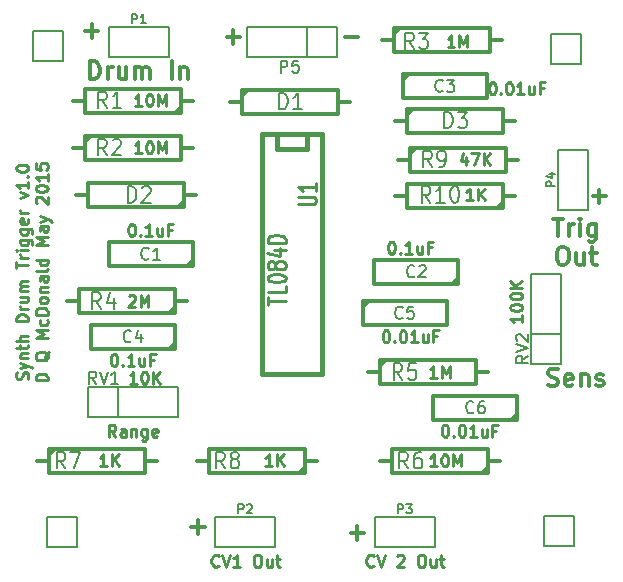
<source format=gto>
%FSLAX34Y34*%
G04 Gerber Fmt 3.4, Leading zero omitted, Abs format*
G04 (created by PCBNEW (2014-02-26 BZR 4721)-product) date Wednesday, 27 May 2015 16:47:43*
%MOIN*%
G01*
G70*
G90*
G04 APERTURE LIST*
%ADD10C,0.005906*%
%ADD11C,0.009843*%
%ADD12C,0.011811*%
%ADD13C,0.012000*%
%ADD14C,0.006000*%
%ADD15C,0.015000*%
%ADD16C,0.008000*%
%ADD17C,0.011250*%
G04 APERTURE END LIST*
G54D10*
G54D11*
X61961Y-50571D02*
X61998Y-50571D01*
X62035Y-50590D01*
X62054Y-50609D01*
X62073Y-50646D01*
X62092Y-50721D01*
X62092Y-50815D01*
X62073Y-50890D01*
X62054Y-50928D01*
X62035Y-50946D01*
X61998Y-50965D01*
X61961Y-50965D01*
X61923Y-50946D01*
X61904Y-50928D01*
X61886Y-50890D01*
X61867Y-50815D01*
X61867Y-50721D01*
X61886Y-50646D01*
X61904Y-50609D01*
X61923Y-50590D01*
X61961Y-50571D01*
X62260Y-50928D02*
X62279Y-50946D01*
X62260Y-50965D01*
X62242Y-50946D01*
X62260Y-50928D01*
X62260Y-50965D01*
X62523Y-50571D02*
X62560Y-50571D01*
X62598Y-50590D01*
X62617Y-50609D01*
X62635Y-50646D01*
X62654Y-50721D01*
X62654Y-50815D01*
X62635Y-50890D01*
X62617Y-50928D01*
X62598Y-50946D01*
X62560Y-50965D01*
X62523Y-50965D01*
X62485Y-50946D01*
X62467Y-50928D01*
X62448Y-50890D01*
X62429Y-50815D01*
X62429Y-50721D01*
X62448Y-50646D01*
X62467Y-50609D01*
X62485Y-50590D01*
X62523Y-50571D01*
X63029Y-50965D02*
X62804Y-50965D01*
X62917Y-50965D02*
X62917Y-50571D01*
X62879Y-50628D01*
X62842Y-50665D01*
X62804Y-50684D01*
X63367Y-50703D02*
X63367Y-50965D01*
X63198Y-50703D02*
X63198Y-50909D01*
X63217Y-50946D01*
X63254Y-50965D01*
X63310Y-50965D01*
X63348Y-50946D01*
X63367Y-50928D01*
X63685Y-50759D02*
X63554Y-50759D01*
X63554Y-50965D02*
X63554Y-50571D01*
X63742Y-50571D01*
X51518Y-43878D02*
X51556Y-43878D01*
X51593Y-43897D01*
X51612Y-43916D01*
X51631Y-43953D01*
X51649Y-44028D01*
X51649Y-44122D01*
X51631Y-44197D01*
X51612Y-44235D01*
X51593Y-44253D01*
X51556Y-44272D01*
X51518Y-44272D01*
X51481Y-44253D01*
X51462Y-44235D01*
X51443Y-44197D01*
X51424Y-44122D01*
X51424Y-44028D01*
X51443Y-43953D01*
X51462Y-43916D01*
X51481Y-43897D01*
X51518Y-43878D01*
X51818Y-44235D02*
X51837Y-44253D01*
X51818Y-44272D01*
X51799Y-44253D01*
X51818Y-44235D01*
X51818Y-44272D01*
X52212Y-44272D02*
X51987Y-44272D01*
X52099Y-44272D02*
X52099Y-43878D01*
X52062Y-43935D01*
X52024Y-43972D01*
X51987Y-43991D01*
X52549Y-44010D02*
X52549Y-44272D01*
X52380Y-44010D02*
X52380Y-44216D01*
X52399Y-44253D01*
X52437Y-44272D01*
X52493Y-44272D01*
X52530Y-44253D01*
X52549Y-44235D01*
X52868Y-44066D02*
X52737Y-44066D01*
X52737Y-44272D02*
X52737Y-43878D01*
X52924Y-43878D01*
X50928Y-48209D02*
X50965Y-48209D01*
X51003Y-48228D01*
X51021Y-48247D01*
X51040Y-48284D01*
X51059Y-48359D01*
X51059Y-48453D01*
X51040Y-48528D01*
X51021Y-48565D01*
X51003Y-48584D01*
X50965Y-48603D01*
X50928Y-48603D01*
X50890Y-48584D01*
X50871Y-48565D01*
X50853Y-48528D01*
X50834Y-48453D01*
X50834Y-48359D01*
X50853Y-48284D01*
X50871Y-48247D01*
X50890Y-48228D01*
X50928Y-48209D01*
X51227Y-48565D02*
X51246Y-48584D01*
X51227Y-48603D01*
X51209Y-48584D01*
X51227Y-48565D01*
X51227Y-48603D01*
X51621Y-48603D02*
X51396Y-48603D01*
X51509Y-48603D02*
X51509Y-48209D01*
X51471Y-48265D01*
X51434Y-48303D01*
X51396Y-48322D01*
X51959Y-48340D02*
X51959Y-48603D01*
X51790Y-48340D02*
X51790Y-48547D01*
X51809Y-48584D01*
X51846Y-48603D01*
X51902Y-48603D01*
X51940Y-48584D01*
X51959Y-48565D01*
X52277Y-48397D02*
X52146Y-48397D01*
X52146Y-48603D02*
X52146Y-48209D01*
X52334Y-48209D01*
X59992Y-47422D02*
X60029Y-47422D01*
X60067Y-47440D01*
X60086Y-47459D01*
X60104Y-47497D01*
X60123Y-47572D01*
X60123Y-47665D01*
X60104Y-47740D01*
X60086Y-47778D01*
X60067Y-47797D01*
X60029Y-47815D01*
X59992Y-47815D01*
X59955Y-47797D01*
X59936Y-47778D01*
X59917Y-47740D01*
X59898Y-47665D01*
X59898Y-47572D01*
X59917Y-47497D01*
X59936Y-47459D01*
X59955Y-47440D01*
X59992Y-47422D01*
X60292Y-47778D02*
X60311Y-47797D01*
X60292Y-47815D01*
X60273Y-47797D01*
X60292Y-47778D01*
X60292Y-47815D01*
X60554Y-47422D02*
X60592Y-47422D01*
X60629Y-47440D01*
X60648Y-47459D01*
X60667Y-47497D01*
X60686Y-47572D01*
X60686Y-47665D01*
X60667Y-47740D01*
X60648Y-47778D01*
X60629Y-47797D01*
X60592Y-47815D01*
X60554Y-47815D01*
X60517Y-47797D01*
X60498Y-47778D01*
X60479Y-47740D01*
X60461Y-47665D01*
X60461Y-47572D01*
X60479Y-47497D01*
X60498Y-47459D01*
X60517Y-47440D01*
X60554Y-47422D01*
X61061Y-47815D02*
X60836Y-47815D01*
X60948Y-47815D02*
X60948Y-47422D01*
X60911Y-47478D01*
X60873Y-47515D01*
X60836Y-47534D01*
X61398Y-47553D02*
X61398Y-47815D01*
X61229Y-47553D02*
X61229Y-47759D01*
X61248Y-47797D01*
X61286Y-47815D01*
X61342Y-47815D01*
X61379Y-47797D01*
X61398Y-47778D01*
X61717Y-47609D02*
X61586Y-47609D01*
X61586Y-47815D02*
X61586Y-47422D01*
X61773Y-47422D01*
X60179Y-44469D02*
X60217Y-44469D01*
X60254Y-44488D01*
X60273Y-44506D01*
X60292Y-44544D01*
X60311Y-44619D01*
X60311Y-44713D01*
X60292Y-44788D01*
X60273Y-44825D01*
X60254Y-44844D01*
X60217Y-44863D01*
X60179Y-44863D01*
X60142Y-44844D01*
X60123Y-44825D01*
X60104Y-44788D01*
X60086Y-44713D01*
X60086Y-44619D01*
X60104Y-44544D01*
X60123Y-44506D01*
X60142Y-44488D01*
X60179Y-44469D01*
X60479Y-44825D02*
X60498Y-44844D01*
X60479Y-44863D01*
X60461Y-44844D01*
X60479Y-44825D01*
X60479Y-44863D01*
X60873Y-44863D02*
X60648Y-44863D01*
X60761Y-44863D02*
X60761Y-44469D01*
X60723Y-44525D01*
X60686Y-44563D01*
X60648Y-44581D01*
X61211Y-44600D02*
X61211Y-44863D01*
X61042Y-44600D02*
X61042Y-44806D01*
X61061Y-44844D01*
X61098Y-44863D01*
X61154Y-44863D01*
X61192Y-44844D01*
X61211Y-44825D01*
X61529Y-44656D02*
X61398Y-44656D01*
X61398Y-44863D02*
X61398Y-44469D01*
X61586Y-44469D01*
X63535Y-39154D02*
X63573Y-39154D01*
X63610Y-39173D01*
X63629Y-39191D01*
X63648Y-39229D01*
X63667Y-39304D01*
X63667Y-39398D01*
X63648Y-39473D01*
X63629Y-39510D01*
X63610Y-39529D01*
X63573Y-39548D01*
X63535Y-39548D01*
X63498Y-39529D01*
X63479Y-39510D01*
X63460Y-39473D01*
X63442Y-39398D01*
X63442Y-39304D01*
X63460Y-39229D01*
X63479Y-39191D01*
X63498Y-39173D01*
X63535Y-39154D01*
X63835Y-39510D02*
X63854Y-39529D01*
X63835Y-39548D01*
X63817Y-39529D01*
X63835Y-39510D01*
X63835Y-39548D01*
X64098Y-39154D02*
X64135Y-39154D01*
X64173Y-39173D01*
X64191Y-39191D01*
X64210Y-39229D01*
X64229Y-39304D01*
X64229Y-39398D01*
X64210Y-39473D01*
X64191Y-39510D01*
X64173Y-39529D01*
X64135Y-39548D01*
X64098Y-39548D01*
X64060Y-39529D01*
X64041Y-39510D01*
X64023Y-39473D01*
X64004Y-39398D01*
X64004Y-39304D01*
X64023Y-39229D01*
X64041Y-39191D01*
X64060Y-39173D01*
X64098Y-39154D01*
X64604Y-39548D02*
X64379Y-39548D01*
X64491Y-39548D02*
X64491Y-39154D01*
X64454Y-39210D01*
X64416Y-39248D01*
X64379Y-39266D01*
X64941Y-39285D02*
X64941Y-39548D01*
X64773Y-39285D02*
X64773Y-39491D01*
X64791Y-39529D01*
X64829Y-39548D01*
X64885Y-39548D01*
X64923Y-39529D01*
X64941Y-39510D01*
X65260Y-39341D02*
X65129Y-39341D01*
X65129Y-39548D02*
X65129Y-39154D01*
X65316Y-39154D01*
X51696Y-49193D02*
X51471Y-49193D01*
X51584Y-49193D02*
X51584Y-48800D01*
X51546Y-48856D01*
X51509Y-48893D01*
X51471Y-48912D01*
X51940Y-48800D02*
X51977Y-48800D01*
X52015Y-48818D01*
X52034Y-48837D01*
X52052Y-48875D01*
X52071Y-48950D01*
X52071Y-49043D01*
X52052Y-49118D01*
X52034Y-49156D01*
X52015Y-49175D01*
X51977Y-49193D01*
X51940Y-49193D01*
X51902Y-49175D01*
X51884Y-49156D01*
X51865Y-49118D01*
X51846Y-49043D01*
X51846Y-48950D01*
X51865Y-48875D01*
X51884Y-48837D01*
X51902Y-48818D01*
X51940Y-48800D01*
X52240Y-49193D02*
X52240Y-48800D01*
X52465Y-49193D02*
X52296Y-48968D01*
X52465Y-48800D02*
X52240Y-49025D01*
X64548Y-46916D02*
X64548Y-47140D01*
X64548Y-47028D02*
X64154Y-47028D01*
X64210Y-47065D01*
X64248Y-47103D01*
X64266Y-47140D01*
X64154Y-46672D02*
X64154Y-46634D01*
X64173Y-46597D01*
X64191Y-46578D01*
X64229Y-46559D01*
X64304Y-46541D01*
X64398Y-46541D01*
X64473Y-46559D01*
X64510Y-46578D01*
X64529Y-46597D01*
X64548Y-46634D01*
X64548Y-46672D01*
X64529Y-46709D01*
X64510Y-46728D01*
X64473Y-46747D01*
X64398Y-46766D01*
X64304Y-46766D01*
X64229Y-46747D01*
X64191Y-46728D01*
X64173Y-46709D01*
X64154Y-46672D01*
X64154Y-46297D02*
X64154Y-46259D01*
X64173Y-46222D01*
X64191Y-46203D01*
X64229Y-46184D01*
X64304Y-46166D01*
X64398Y-46166D01*
X64473Y-46184D01*
X64510Y-46203D01*
X64529Y-46222D01*
X64548Y-46259D01*
X64548Y-46297D01*
X64529Y-46334D01*
X64510Y-46353D01*
X64473Y-46372D01*
X64398Y-46391D01*
X64304Y-46391D01*
X64229Y-46372D01*
X64191Y-46353D01*
X64173Y-46334D01*
X64154Y-46297D01*
X64548Y-45997D02*
X64154Y-45997D01*
X64548Y-45772D02*
X64323Y-45941D01*
X64154Y-45772D02*
X64379Y-45997D01*
X61698Y-48997D02*
X61473Y-48997D01*
X61586Y-48997D02*
X61586Y-48603D01*
X61548Y-48659D01*
X61511Y-48697D01*
X61473Y-48715D01*
X61867Y-48997D02*
X61867Y-48603D01*
X61998Y-48884D01*
X62129Y-48603D01*
X62129Y-48997D01*
X61707Y-51949D02*
X61482Y-51949D01*
X61595Y-51949D02*
X61595Y-51556D01*
X61557Y-51612D01*
X61520Y-51649D01*
X61482Y-51668D01*
X61951Y-51556D02*
X61989Y-51556D01*
X62026Y-51574D01*
X62045Y-51593D01*
X62064Y-51631D01*
X62082Y-51706D01*
X62082Y-51799D01*
X62064Y-51874D01*
X62045Y-51912D01*
X62026Y-51931D01*
X61989Y-51949D01*
X61951Y-51949D01*
X61914Y-51931D01*
X61895Y-51912D01*
X61876Y-51874D01*
X61857Y-51799D01*
X61857Y-51706D01*
X61876Y-51631D01*
X61895Y-51593D01*
X61914Y-51574D01*
X61951Y-51556D01*
X62251Y-51949D02*
X62251Y-51556D01*
X62382Y-51837D01*
X62514Y-51556D01*
X62514Y-51949D01*
X56214Y-51949D02*
X55989Y-51949D01*
X56102Y-51949D02*
X56102Y-51556D01*
X56064Y-51612D01*
X56027Y-51649D01*
X55989Y-51668D01*
X56383Y-51949D02*
X56383Y-51556D01*
X56608Y-51949D02*
X56439Y-51724D01*
X56608Y-51556D02*
X56383Y-51781D01*
X50703Y-51949D02*
X50478Y-51949D01*
X50590Y-51949D02*
X50590Y-51556D01*
X50553Y-51612D01*
X50515Y-51649D01*
X50478Y-51668D01*
X50871Y-51949D02*
X50871Y-51556D01*
X51096Y-51949D02*
X50928Y-51724D01*
X51096Y-51556D02*
X50871Y-51781D01*
X62907Y-43091D02*
X62682Y-43091D01*
X62795Y-43091D02*
X62795Y-42697D01*
X62757Y-42754D01*
X62720Y-42791D01*
X62682Y-42810D01*
X63076Y-43091D02*
X63076Y-42697D01*
X63301Y-43091D02*
X63132Y-42866D01*
X63301Y-42697D02*
X63076Y-42922D01*
X62682Y-41647D02*
X62682Y-41910D01*
X62589Y-41497D02*
X62495Y-41779D01*
X62739Y-41779D01*
X62851Y-41516D02*
X63113Y-41516D01*
X62945Y-41910D01*
X63263Y-41910D02*
X63263Y-41516D01*
X63488Y-41910D02*
X63320Y-41685D01*
X63488Y-41516D02*
X63263Y-41741D01*
X62289Y-37973D02*
X62064Y-37973D01*
X62176Y-37973D02*
X62176Y-37579D01*
X62139Y-37635D01*
X62101Y-37673D01*
X62064Y-37692D01*
X62457Y-37973D02*
X62457Y-37579D01*
X62589Y-37860D01*
X62720Y-37579D01*
X62720Y-37973D01*
X51434Y-46278D02*
X51452Y-46259D01*
X51490Y-46241D01*
X51584Y-46241D01*
X51621Y-46259D01*
X51640Y-46278D01*
X51659Y-46316D01*
X51659Y-46353D01*
X51640Y-46409D01*
X51415Y-46634D01*
X51659Y-46634D01*
X51827Y-46634D02*
X51827Y-46241D01*
X51959Y-46522D01*
X52090Y-46241D01*
X52090Y-46634D01*
X51865Y-41516D02*
X51640Y-41516D01*
X51752Y-41516D02*
X51752Y-41122D01*
X51715Y-41179D01*
X51677Y-41216D01*
X51640Y-41235D01*
X52109Y-41122D02*
X52146Y-41122D01*
X52184Y-41141D01*
X52202Y-41160D01*
X52221Y-41197D01*
X52240Y-41272D01*
X52240Y-41366D01*
X52221Y-41441D01*
X52202Y-41479D01*
X52184Y-41497D01*
X52146Y-41516D01*
X52109Y-41516D01*
X52071Y-41497D01*
X52052Y-41479D01*
X52034Y-41441D01*
X52015Y-41366D01*
X52015Y-41272D01*
X52034Y-41197D01*
X52052Y-41160D01*
X52071Y-41141D01*
X52109Y-41122D01*
X52409Y-41516D02*
X52409Y-41122D01*
X52540Y-41404D01*
X52671Y-41122D01*
X52671Y-41516D01*
X51865Y-39941D02*
X51640Y-39941D01*
X51752Y-39941D02*
X51752Y-39548D01*
X51715Y-39604D01*
X51677Y-39641D01*
X51640Y-39660D01*
X52109Y-39548D02*
X52146Y-39548D01*
X52184Y-39566D01*
X52202Y-39585D01*
X52221Y-39623D01*
X52240Y-39698D01*
X52240Y-39791D01*
X52221Y-39866D01*
X52202Y-39904D01*
X52184Y-39923D01*
X52146Y-39941D01*
X52109Y-39941D01*
X52071Y-39923D01*
X52052Y-39904D01*
X52034Y-39866D01*
X52015Y-39791D01*
X52015Y-39698D01*
X52034Y-39623D01*
X52052Y-39585D01*
X52071Y-39566D01*
X52109Y-39548D01*
X52409Y-39941D02*
X52409Y-39548D01*
X52540Y-39829D01*
X52671Y-39548D01*
X52671Y-39941D01*
G54D12*
X53515Y-53979D02*
X53965Y-53979D01*
X53740Y-54204D02*
X53740Y-53754D01*
X58830Y-54176D02*
X59280Y-54176D01*
X59055Y-54401D02*
X59055Y-53951D01*
X49971Y-37443D02*
X50421Y-37443D01*
X50196Y-37668D02*
X50196Y-37218D01*
X66901Y-42955D02*
X67350Y-42955D01*
X67125Y-43180D02*
X67125Y-42730D01*
G54D11*
X50993Y-50965D02*
X50862Y-50778D01*
X50768Y-50965D02*
X50768Y-50571D01*
X50918Y-50571D01*
X50956Y-50590D01*
X50974Y-50609D01*
X50993Y-50646D01*
X50993Y-50703D01*
X50974Y-50740D01*
X50956Y-50759D01*
X50918Y-50778D01*
X50768Y-50778D01*
X51331Y-50965D02*
X51331Y-50759D01*
X51312Y-50721D01*
X51274Y-50703D01*
X51199Y-50703D01*
X51162Y-50721D01*
X51331Y-50946D02*
X51293Y-50965D01*
X51199Y-50965D01*
X51162Y-50946D01*
X51143Y-50909D01*
X51143Y-50871D01*
X51162Y-50834D01*
X51199Y-50815D01*
X51293Y-50815D01*
X51331Y-50796D01*
X51518Y-50703D02*
X51518Y-50965D01*
X51518Y-50740D02*
X51537Y-50721D01*
X51574Y-50703D01*
X51631Y-50703D01*
X51668Y-50721D01*
X51687Y-50759D01*
X51687Y-50965D01*
X52043Y-50703D02*
X52043Y-51021D01*
X52024Y-51059D01*
X52005Y-51077D01*
X51968Y-51096D01*
X51912Y-51096D01*
X51874Y-51077D01*
X52043Y-50946D02*
X52005Y-50965D01*
X51931Y-50965D01*
X51893Y-50946D01*
X51874Y-50928D01*
X51856Y-50890D01*
X51856Y-50778D01*
X51874Y-50740D01*
X51893Y-50721D01*
X51931Y-50703D01*
X52005Y-50703D01*
X52043Y-50721D01*
X52380Y-50946D02*
X52343Y-50965D01*
X52268Y-50965D01*
X52230Y-50946D01*
X52212Y-50909D01*
X52212Y-50759D01*
X52230Y-50721D01*
X52268Y-50703D01*
X52343Y-50703D01*
X52380Y-50721D01*
X52399Y-50759D01*
X52399Y-50796D01*
X52212Y-50834D01*
X48062Y-49043D02*
X48081Y-48987D01*
X48081Y-48893D01*
X48062Y-48856D01*
X48044Y-48837D01*
X48006Y-48818D01*
X47969Y-48818D01*
X47931Y-48837D01*
X47912Y-48856D01*
X47894Y-48893D01*
X47875Y-48968D01*
X47856Y-49006D01*
X47837Y-49025D01*
X47800Y-49043D01*
X47762Y-49043D01*
X47725Y-49025D01*
X47706Y-49006D01*
X47687Y-48968D01*
X47687Y-48875D01*
X47706Y-48818D01*
X47819Y-48687D02*
X48081Y-48593D01*
X47819Y-48500D02*
X48081Y-48593D01*
X48175Y-48631D01*
X48194Y-48650D01*
X48212Y-48687D01*
X47819Y-48350D02*
X48081Y-48350D01*
X47856Y-48350D02*
X47837Y-48331D01*
X47819Y-48293D01*
X47819Y-48237D01*
X47837Y-48200D01*
X47875Y-48181D01*
X48081Y-48181D01*
X47819Y-48050D02*
X47819Y-47900D01*
X47687Y-47994D02*
X48025Y-47994D01*
X48062Y-47975D01*
X48081Y-47937D01*
X48081Y-47900D01*
X48081Y-47769D02*
X47687Y-47769D01*
X48081Y-47600D02*
X47875Y-47600D01*
X47837Y-47619D01*
X47819Y-47656D01*
X47819Y-47712D01*
X47837Y-47750D01*
X47856Y-47769D01*
X48081Y-47112D02*
X47687Y-47112D01*
X47687Y-47019D01*
X47706Y-46962D01*
X47744Y-46925D01*
X47781Y-46906D01*
X47856Y-46887D01*
X47912Y-46887D01*
X47987Y-46906D01*
X48025Y-46925D01*
X48062Y-46962D01*
X48081Y-47019D01*
X48081Y-47112D01*
X48081Y-46719D02*
X47819Y-46719D01*
X47894Y-46719D02*
X47856Y-46700D01*
X47837Y-46681D01*
X47819Y-46644D01*
X47819Y-46606D01*
X47819Y-46306D02*
X48081Y-46306D01*
X47819Y-46475D02*
X48025Y-46475D01*
X48062Y-46456D01*
X48081Y-46419D01*
X48081Y-46362D01*
X48062Y-46325D01*
X48044Y-46306D01*
X48081Y-46119D02*
X47819Y-46119D01*
X47856Y-46119D02*
X47837Y-46100D01*
X47819Y-46062D01*
X47819Y-46006D01*
X47837Y-45969D01*
X47875Y-45950D01*
X48081Y-45950D01*
X47875Y-45950D02*
X47837Y-45931D01*
X47819Y-45894D01*
X47819Y-45838D01*
X47837Y-45800D01*
X47875Y-45781D01*
X48081Y-45781D01*
X47687Y-45350D02*
X47687Y-45125D01*
X48081Y-45238D02*
X47687Y-45238D01*
X48081Y-44994D02*
X47819Y-44994D01*
X47894Y-44994D02*
X47856Y-44975D01*
X47837Y-44956D01*
X47819Y-44919D01*
X47819Y-44881D01*
X48081Y-44750D02*
X47819Y-44750D01*
X47687Y-44750D02*
X47706Y-44769D01*
X47725Y-44750D01*
X47706Y-44731D01*
X47687Y-44750D01*
X47725Y-44750D01*
X47819Y-44394D02*
X48137Y-44394D01*
X48175Y-44413D01*
X48194Y-44431D01*
X48212Y-44469D01*
X48212Y-44525D01*
X48194Y-44563D01*
X48062Y-44394D02*
X48081Y-44431D01*
X48081Y-44506D01*
X48062Y-44544D01*
X48044Y-44563D01*
X48006Y-44581D01*
X47894Y-44581D01*
X47856Y-44563D01*
X47837Y-44544D01*
X47819Y-44506D01*
X47819Y-44431D01*
X47837Y-44394D01*
X47819Y-44038D02*
X48137Y-44038D01*
X48175Y-44056D01*
X48194Y-44075D01*
X48212Y-44113D01*
X48212Y-44169D01*
X48194Y-44206D01*
X48062Y-44038D02*
X48081Y-44075D01*
X48081Y-44150D01*
X48062Y-44188D01*
X48044Y-44206D01*
X48006Y-44225D01*
X47894Y-44225D01*
X47856Y-44206D01*
X47837Y-44188D01*
X47819Y-44150D01*
X47819Y-44075D01*
X47837Y-44038D01*
X48062Y-43700D02*
X48081Y-43738D01*
X48081Y-43813D01*
X48062Y-43850D01*
X48025Y-43869D01*
X47875Y-43869D01*
X47837Y-43850D01*
X47819Y-43813D01*
X47819Y-43738D01*
X47837Y-43700D01*
X47875Y-43682D01*
X47912Y-43682D01*
X47950Y-43869D01*
X48081Y-43513D02*
X47819Y-43513D01*
X47894Y-43513D02*
X47856Y-43494D01*
X47837Y-43475D01*
X47819Y-43438D01*
X47819Y-43400D01*
X47819Y-43007D02*
X48081Y-42913D01*
X47819Y-42819D01*
X48081Y-42463D02*
X48081Y-42688D01*
X48081Y-42575D02*
X47687Y-42575D01*
X47744Y-42613D01*
X47781Y-42650D01*
X47800Y-42688D01*
X48044Y-42294D02*
X48062Y-42275D01*
X48081Y-42294D01*
X48062Y-42313D01*
X48044Y-42294D01*
X48081Y-42294D01*
X47687Y-42032D02*
X47687Y-41994D01*
X47706Y-41957D01*
X47725Y-41938D01*
X47762Y-41919D01*
X47837Y-41901D01*
X47931Y-41901D01*
X48006Y-41919D01*
X48044Y-41938D01*
X48062Y-41957D01*
X48081Y-41994D01*
X48081Y-42032D01*
X48062Y-42069D01*
X48044Y-42088D01*
X48006Y-42107D01*
X47931Y-42125D01*
X47837Y-42125D01*
X47762Y-42107D01*
X47725Y-42088D01*
X47706Y-42069D01*
X47687Y-42032D01*
X48731Y-49090D02*
X48337Y-49090D01*
X48337Y-48997D01*
X48356Y-48940D01*
X48393Y-48903D01*
X48431Y-48884D01*
X48506Y-48865D01*
X48562Y-48865D01*
X48637Y-48884D01*
X48675Y-48903D01*
X48712Y-48940D01*
X48731Y-48997D01*
X48731Y-49090D01*
X48768Y-48134D02*
X48750Y-48172D01*
X48712Y-48209D01*
X48656Y-48265D01*
X48637Y-48303D01*
X48637Y-48340D01*
X48731Y-48322D02*
X48712Y-48359D01*
X48675Y-48397D01*
X48600Y-48415D01*
X48468Y-48415D01*
X48393Y-48397D01*
X48356Y-48359D01*
X48337Y-48322D01*
X48337Y-48247D01*
X48356Y-48209D01*
X48393Y-48172D01*
X48468Y-48153D01*
X48600Y-48153D01*
X48675Y-48172D01*
X48712Y-48209D01*
X48731Y-48247D01*
X48731Y-48322D01*
X48731Y-47684D02*
X48337Y-47684D01*
X48618Y-47553D01*
X48337Y-47422D01*
X48731Y-47422D01*
X48712Y-47065D02*
X48731Y-47103D01*
X48731Y-47178D01*
X48712Y-47215D01*
X48693Y-47234D01*
X48656Y-47253D01*
X48543Y-47253D01*
X48506Y-47234D01*
X48487Y-47215D01*
X48468Y-47178D01*
X48468Y-47103D01*
X48487Y-47065D01*
X48731Y-46897D02*
X48337Y-46897D01*
X48337Y-46803D01*
X48356Y-46747D01*
X48393Y-46709D01*
X48431Y-46691D01*
X48506Y-46672D01*
X48562Y-46672D01*
X48637Y-46691D01*
X48675Y-46709D01*
X48712Y-46747D01*
X48731Y-46803D01*
X48731Y-46897D01*
X48731Y-46447D02*
X48712Y-46484D01*
X48693Y-46503D01*
X48656Y-46522D01*
X48543Y-46522D01*
X48506Y-46503D01*
X48487Y-46484D01*
X48468Y-46447D01*
X48468Y-46391D01*
X48487Y-46353D01*
X48506Y-46334D01*
X48543Y-46316D01*
X48656Y-46316D01*
X48693Y-46334D01*
X48712Y-46353D01*
X48731Y-46391D01*
X48731Y-46447D01*
X48468Y-46147D02*
X48731Y-46147D01*
X48506Y-46147D02*
X48487Y-46128D01*
X48468Y-46091D01*
X48468Y-46034D01*
X48487Y-45997D01*
X48525Y-45978D01*
X48731Y-45978D01*
X48731Y-45622D02*
X48525Y-45622D01*
X48487Y-45641D01*
X48468Y-45678D01*
X48468Y-45753D01*
X48487Y-45791D01*
X48712Y-45622D02*
X48731Y-45659D01*
X48731Y-45753D01*
X48712Y-45791D01*
X48675Y-45809D01*
X48637Y-45809D01*
X48600Y-45791D01*
X48581Y-45753D01*
X48581Y-45659D01*
X48562Y-45622D01*
X48731Y-45378D02*
X48712Y-45416D01*
X48675Y-45434D01*
X48337Y-45434D01*
X48731Y-45059D02*
X48337Y-45059D01*
X48712Y-45059D02*
X48731Y-45097D01*
X48731Y-45172D01*
X48712Y-45209D01*
X48693Y-45228D01*
X48656Y-45247D01*
X48543Y-45247D01*
X48506Y-45228D01*
X48487Y-45209D01*
X48468Y-45172D01*
X48468Y-45097D01*
X48487Y-45059D01*
X48731Y-44572D02*
X48337Y-44572D01*
X48618Y-44441D01*
X48337Y-44310D01*
X48731Y-44310D01*
X48731Y-43953D02*
X48525Y-43953D01*
X48487Y-43972D01*
X48468Y-44010D01*
X48468Y-44085D01*
X48487Y-44122D01*
X48712Y-43953D02*
X48731Y-43991D01*
X48731Y-44085D01*
X48712Y-44122D01*
X48675Y-44141D01*
X48637Y-44141D01*
X48600Y-44122D01*
X48581Y-44085D01*
X48581Y-43991D01*
X48562Y-43953D01*
X48468Y-43803D02*
X48731Y-43710D01*
X48468Y-43616D02*
X48731Y-43710D01*
X48824Y-43747D01*
X48843Y-43766D01*
X48862Y-43803D01*
X48375Y-43185D02*
X48356Y-43166D01*
X48337Y-43128D01*
X48337Y-43035D01*
X48356Y-42997D01*
X48375Y-42979D01*
X48412Y-42960D01*
X48450Y-42960D01*
X48506Y-42979D01*
X48731Y-43203D01*
X48731Y-42960D01*
X48337Y-42716D02*
X48337Y-42679D01*
X48356Y-42641D01*
X48375Y-42622D01*
X48412Y-42604D01*
X48487Y-42585D01*
X48581Y-42585D01*
X48656Y-42604D01*
X48693Y-42622D01*
X48712Y-42641D01*
X48731Y-42679D01*
X48731Y-42716D01*
X48712Y-42754D01*
X48693Y-42772D01*
X48656Y-42791D01*
X48581Y-42810D01*
X48487Y-42810D01*
X48412Y-42791D01*
X48375Y-42772D01*
X48356Y-42754D01*
X48337Y-42716D01*
X48731Y-42210D02*
X48731Y-42435D01*
X48731Y-42322D02*
X48337Y-42322D01*
X48393Y-42360D01*
X48431Y-42397D01*
X48450Y-42435D01*
X48337Y-41854D02*
X48337Y-42041D01*
X48525Y-42060D01*
X48506Y-42041D01*
X48487Y-42004D01*
X48487Y-41910D01*
X48506Y-41872D01*
X48525Y-41854D01*
X48562Y-41835D01*
X48656Y-41835D01*
X48693Y-41854D01*
X48712Y-41872D01*
X48731Y-41910D01*
X48731Y-42004D01*
X48712Y-42041D01*
X48693Y-42060D01*
G54D12*
X50140Y-39046D02*
X50140Y-38456D01*
X50281Y-38456D01*
X50365Y-38484D01*
X50421Y-38540D01*
X50449Y-38596D01*
X50478Y-38709D01*
X50478Y-38793D01*
X50449Y-38906D01*
X50421Y-38962D01*
X50365Y-39018D01*
X50281Y-39046D01*
X50140Y-39046D01*
X50731Y-39046D02*
X50731Y-38652D01*
X50731Y-38765D02*
X50759Y-38709D01*
X50787Y-38681D01*
X50843Y-38652D01*
X50899Y-38652D01*
X51349Y-38652D02*
X51349Y-39046D01*
X51096Y-38652D02*
X51096Y-38962D01*
X51124Y-39018D01*
X51181Y-39046D01*
X51265Y-39046D01*
X51321Y-39018D01*
X51349Y-38990D01*
X51631Y-39046D02*
X51631Y-38652D01*
X51631Y-38709D02*
X51659Y-38681D01*
X51715Y-38652D01*
X51799Y-38652D01*
X51856Y-38681D01*
X51884Y-38737D01*
X51884Y-39046D01*
X51884Y-38737D02*
X51912Y-38681D01*
X51968Y-38652D01*
X52052Y-38652D01*
X52109Y-38681D01*
X52137Y-38737D01*
X52137Y-39046D01*
X52868Y-39046D02*
X52868Y-38456D01*
X53149Y-38652D02*
X53149Y-39046D01*
X53149Y-38709D02*
X53177Y-38681D01*
X53233Y-38652D01*
X53318Y-38652D01*
X53374Y-38681D01*
X53402Y-38737D01*
X53402Y-39046D01*
G54D11*
X59598Y-55258D02*
X59580Y-55277D01*
X59523Y-55296D01*
X59486Y-55296D01*
X59430Y-55277D01*
X59392Y-55239D01*
X59373Y-55202D01*
X59355Y-55127D01*
X59355Y-55071D01*
X59373Y-54996D01*
X59392Y-54958D01*
X59430Y-54921D01*
X59486Y-54902D01*
X59523Y-54902D01*
X59580Y-54921D01*
X59598Y-54940D01*
X59711Y-54902D02*
X59842Y-55296D01*
X59973Y-54902D01*
X60386Y-54940D02*
X60404Y-54921D01*
X60442Y-54902D01*
X60536Y-54902D01*
X60573Y-54921D01*
X60592Y-54940D01*
X60611Y-54977D01*
X60611Y-55014D01*
X60592Y-55071D01*
X60367Y-55296D01*
X60611Y-55296D01*
X61154Y-54902D02*
X61229Y-54902D01*
X61267Y-54921D01*
X61304Y-54958D01*
X61323Y-55033D01*
X61323Y-55164D01*
X61304Y-55239D01*
X61267Y-55277D01*
X61229Y-55296D01*
X61154Y-55296D01*
X61117Y-55277D01*
X61079Y-55239D01*
X61061Y-55164D01*
X61061Y-55033D01*
X61079Y-54958D01*
X61117Y-54921D01*
X61154Y-54902D01*
X61661Y-55033D02*
X61661Y-55296D01*
X61492Y-55033D02*
X61492Y-55239D01*
X61511Y-55277D01*
X61548Y-55296D01*
X61604Y-55296D01*
X61642Y-55277D01*
X61661Y-55258D01*
X61792Y-55033D02*
X61942Y-55033D01*
X61848Y-54902D02*
X61848Y-55239D01*
X61867Y-55277D01*
X61904Y-55296D01*
X61942Y-55296D01*
X54433Y-55258D02*
X54415Y-55277D01*
X54358Y-55296D01*
X54321Y-55296D01*
X54265Y-55277D01*
X54227Y-55239D01*
X54208Y-55202D01*
X54190Y-55127D01*
X54190Y-55071D01*
X54208Y-54996D01*
X54227Y-54958D01*
X54265Y-54921D01*
X54321Y-54902D01*
X54358Y-54902D01*
X54415Y-54921D01*
X54433Y-54940D01*
X54546Y-54902D02*
X54677Y-55296D01*
X54808Y-54902D01*
X55146Y-55296D02*
X54921Y-55296D01*
X55033Y-55296D02*
X55033Y-54902D01*
X54996Y-54958D01*
X54958Y-54996D01*
X54921Y-55014D01*
X55689Y-54902D02*
X55764Y-54902D01*
X55802Y-54921D01*
X55839Y-54958D01*
X55858Y-55033D01*
X55858Y-55164D01*
X55839Y-55239D01*
X55802Y-55277D01*
X55764Y-55296D01*
X55689Y-55296D01*
X55652Y-55277D01*
X55614Y-55239D01*
X55596Y-55164D01*
X55596Y-55033D01*
X55614Y-54958D01*
X55652Y-54921D01*
X55689Y-54902D01*
X56196Y-55033D02*
X56196Y-55296D01*
X56027Y-55033D02*
X56027Y-55239D01*
X56046Y-55277D01*
X56083Y-55296D01*
X56139Y-55296D01*
X56177Y-55277D01*
X56196Y-55258D01*
X56327Y-55033D02*
X56477Y-55033D01*
X56383Y-54902D02*
X56383Y-55239D01*
X56402Y-55277D01*
X56439Y-55296D01*
X56477Y-55296D01*
G54D12*
X65410Y-49254D02*
X65494Y-49282D01*
X65635Y-49282D01*
X65691Y-49254D01*
X65719Y-49226D01*
X65748Y-49170D01*
X65748Y-49114D01*
X65719Y-49057D01*
X65691Y-49029D01*
X65635Y-49001D01*
X65523Y-48973D01*
X65466Y-48945D01*
X65438Y-48917D01*
X65410Y-48861D01*
X65410Y-48804D01*
X65438Y-48748D01*
X65466Y-48720D01*
X65523Y-48692D01*
X65663Y-48692D01*
X65748Y-48720D01*
X66226Y-49254D02*
X66169Y-49282D01*
X66057Y-49282D01*
X66001Y-49254D01*
X65973Y-49198D01*
X65973Y-48973D01*
X66001Y-48917D01*
X66057Y-48889D01*
X66169Y-48889D01*
X66226Y-48917D01*
X66254Y-48973D01*
X66254Y-49029D01*
X65973Y-49086D01*
X66507Y-48889D02*
X66507Y-49282D01*
X66507Y-48945D02*
X66535Y-48917D01*
X66591Y-48889D01*
X66676Y-48889D01*
X66732Y-48917D01*
X66760Y-48973D01*
X66760Y-49282D01*
X67013Y-49254D02*
X67069Y-49282D01*
X67182Y-49282D01*
X67238Y-49254D01*
X67266Y-49198D01*
X67266Y-49170D01*
X67238Y-49114D01*
X67182Y-49086D01*
X67097Y-49086D01*
X67041Y-49057D01*
X67013Y-49001D01*
X67013Y-48973D01*
X67041Y-48917D01*
X67097Y-48889D01*
X67182Y-48889D01*
X67238Y-48917D01*
X65579Y-43692D02*
X65916Y-43692D01*
X65748Y-44282D02*
X65748Y-43692D01*
X66113Y-44282D02*
X66113Y-43889D01*
X66113Y-44001D02*
X66141Y-43945D01*
X66169Y-43917D01*
X66226Y-43889D01*
X66282Y-43889D01*
X66479Y-44282D02*
X66479Y-43889D01*
X66479Y-43692D02*
X66451Y-43720D01*
X66479Y-43748D01*
X66507Y-43720D01*
X66479Y-43692D01*
X66479Y-43748D01*
X67013Y-43889D02*
X67013Y-44367D01*
X66985Y-44423D01*
X66957Y-44451D01*
X66901Y-44479D01*
X66816Y-44479D01*
X66760Y-44451D01*
X67013Y-44254D02*
X66957Y-44282D01*
X66844Y-44282D01*
X66788Y-44254D01*
X66760Y-44226D01*
X66732Y-44170D01*
X66732Y-44001D01*
X66760Y-43945D01*
X66788Y-43917D01*
X66844Y-43889D01*
X66957Y-43889D01*
X67013Y-43917D01*
X65846Y-44637D02*
X65958Y-44637D01*
X66015Y-44665D01*
X66071Y-44721D01*
X66099Y-44834D01*
X66099Y-45030D01*
X66071Y-45143D01*
X66015Y-45199D01*
X65958Y-45227D01*
X65846Y-45227D01*
X65790Y-45199D01*
X65733Y-45143D01*
X65705Y-45030D01*
X65705Y-44834D01*
X65733Y-44721D01*
X65790Y-44665D01*
X65846Y-44637D01*
X66605Y-44834D02*
X66605Y-45227D01*
X66352Y-44834D02*
X66352Y-45143D01*
X66380Y-45199D01*
X66437Y-45227D01*
X66521Y-45227D01*
X66577Y-45199D01*
X66605Y-45171D01*
X66802Y-44834D02*
X67027Y-44834D01*
X66886Y-44637D02*
X66886Y-45143D01*
X66915Y-45199D01*
X66971Y-45227D01*
X67027Y-45227D01*
X58633Y-37640D02*
X59083Y-37640D01*
X54696Y-37640D02*
X55146Y-37640D01*
X54921Y-37865D02*
X54921Y-37415D01*
G54D13*
X53565Y-45281D02*
X50765Y-45281D01*
X50765Y-45281D02*
X50765Y-44481D01*
X50765Y-44481D02*
X53565Y-44481D01*
X53565Y-44481D02*
X53565Y-45281D01*
X53565Y-45081D02*
X53365Y-45281D01*
X62423Y-45872D02*
X59623Y-45872D01*
X59623Y-45872D02*
X59623Y-45072D01*
X59623Y-45072D02*
X62423Y-45072D01*
X62423Y-45072D02*
X62423Y-45872D01*
X62423Y-45672D02*
X62223Y-45872D01*
X60568Y-38891D02*
X63368Y-38891D01*
X63368Y-38891D02*
X63368Y-39691D01*
X63368Y-39691D02*
X60568Y-39691D01*
X60568Y-39691D02*
X60568Y-38891D01*
X60568Y-39091D02*
X60768Y-38891D01*
X52974Y-48037D02*
X50174Y-48037D01*
X50174Y-48037D02*
X50174Y-47237D01*
X50174Y-47237D02*
X52974Y-47237D01*
X52974Y-47237D02*
X52974Y-48037D01*
X52974Y-47837D02*
X52774Y-48037D01*
X59229Y-46450D02*
X62029Y-46450D01*
X62029Y-46450D02*
X62029Y-47250D01*
X62029Y-47250D02*
X59229Y-47250D01*
X59229Y-47250D02*
X59229Y-46450D01*
X59229Y-46650D02*
X59429Y-46450D01*
X64392Y-50400D02*
X61592Y-50400D01*
X61592Y-50400D02*
X61592Y-49600D01*
X61592Y-49600D02*
X64392Y-49600D01*
X64392Y-49600D02*
X64392Y-50400D01*
X64392Y-50200D02*
X64192Y-50400D01*
X54811Y-39803D02*
X55211Y-39803D01*
X55211Y-39803D02*
X55211Y-39403D01*
X55211Y-39403D02*
X58411Y-39403D01*
X58411Y-39403D02*
X58411Y-40203D01*
X58411Y-40203D02*
X55211Y-40203D01*
X55211Y-40203D02*
X55211Y-39803D01*
X55211Y-39603D02*
X55411Y-39403D01*
X58811Y-39803D02*
X58411Y-39803D01*
X53692Y-42913D02*
X53292Y-42913D01*
X53292Y-42913D02*
X53292Y-43313D01*
X53292Y-43313D02*
X50092Y-43313D01*
X50092Y-43313D02*
X50092Y-42513D01*
X50092Y-42513D02*
X53292Y-42513D01*
X53292Y-42513D02*
X53292Y-42913D01*
X53292Y-43113D02*
X53092Y-43313D01*
X49692Y-42913D02*
X50092Y-42913D01*
X60322Y-40433D02*
X60722Y-40433D01*
X60722Y-40433D02*
X60722Y-40033D01*
X60722Y-40033D02*
X63922Y-40033D01*
X63922Y-40033D02*
X63922Y-40833D01*
X63922Y-40833D02*
X60722Y-40833D01*
X60722Y-40833D02*
X60722Y-40433D01*
X60722Y-40233D02*
X60922Y-40033D01*
X64322Y-40433D02*
X63922Y-40433D01*
G54D14*
X50771Y-38295D02*
X50771Y-37295D01*
X50771Y-37295D02*
X52771Y-37295D01*
X52771Y-37295D02*
X52771Y-38295D01*
X52771Y-38295D02*
X50771Y-38295D01*
X54314Y-54633D02*
X54314Y-53633D01*
X54314Y-53633D02*
X56314Y-53633D01*
X56314Y-53633D02*
X56314Y-54633D01*
X56314Y-54633D02*
X54314Y-54633D01*
X59629Y-54633D02*
X59629Y-53633D01*
X59629Y-53633D02*
X61629Y-53633D01*
X61629Y-53633D02*
X61629Y-54633D01*
X61629Y-54633D02*
X59629Y-54633D01*
X66759Y-43401D02*
X65759Y-43401D01*
X65759Y-43401D02*
X65759Y-41401D01*
X65759Y-41401D02*
X66759Y-41401D01*
X66759Y-41401D02*
X66759Y-43401D01*
X58389Y-37295D02*
X58389Y-38295D01*
X58389Y-38295D02*
X55389Y-38295D01*
X55389Y-38295D02*
X55389Y-37295D01*
X55389Y-37295D02*
X58389Y-37295D01*
X57389Y-38295D02*
X57389Y-37295D01*
X50074Y-50303D02*
X50074Y-49303D01*
X50074Y-49303D02*
X53074Y-49303D01*
X53074Y-49303D02*
X53074Y-50303D01*
X53074Y-50303D02*
X50074Y-50303D01*
X51074Y-49303D02*
X51074Y-50303D01*
X65854Y-48547D02*
X64854Y-48547D01*
X64854Y-48547D02*
X64854Y-45547D01*
X64854Y-45547D02*
X65854Y-45547D01*
X65854Y-45547D02*
X65854Y-48547D01*
X64854Y-47547D02*
X65854Y-47547D01*
G54D15*
X57889Y-40881D02*
X57889Y-48881D01*
X55889Y-48881D02*
X55889Y-40881D01*
X55889Y-40881D02*
X57889Y-40881D01*
X57389Y-40881D02*
X57389Y-41381D01*
X57389Y-41381D02*
X56389Y-41381D01*
X56389Y-41381D02*
X56389Y-40881D01*
X57889Y-48881D02*
X55889Y-48881D01*
G54D13*
X53574Y-39763D02*
X53174Y-39763D01*
X53174Y-39763D02*
X53174Y-40163D01*
X53174Y-40163D02*
X49974Y-40163D01*
X49974Y-40163D02*
X49974Y-39363D01*
X49974Y-39363D02*
X53174Y-39363D01*
X53174Y-39363D02*
X53174Y-39763D01*
X53174Y-39963D02*
X52974Y-40163D01*
X49574Y-39763D02*
X49974Y-39763D01*
X49574Y-41338D02*
X49974Y-41338D01*
X49974Y-41338D02*
X49974Y-40938D01*
X49974Y-40938D02*
X53174Y-40938D01*
X53174Y-40938D02*
X53174Y-41738D01*
X53174Y-41738D02*
X49974Y-41738D01*
X49974Y-41738D02*
X49974Y-41338D01*
X49974Y-41138D02*
X50174Y-40938D01*
X53574Y-41338D02*
X53174Y-41338D01*
X59889Y-37755D02*
X60289Y-37755D01*
X60289Y-37755D02*
X60289Y-37355D01*
X60289Y-37355D02*
X63489Y-37355D01*
X63489Y-37355D02*
X63489Y-38155D01*
X63489Y-38155D02*
X60289Y-38155D01*
X60289Y-38155D02*
X60289Y-37755D01*
X60289Y-37555D02*
X60489Y-37355D01*
X63889Y-37755D02*
X63489Y-37755D01*
X53377Y-46456D02*
X52977Y-46456D01*
X52977Y-46456D02*
X52977Y-46856D01*
X52977Y-46856D02*
X49777Y-46856D01*
X49777Y-46856D02*
X49777Y-46056D01*
X49777Y-46056D02*
X52977Y-46056D01*
X52977Y-46056D02*
X52977Y-46456D01*
X52977Y-46656D02*
X52777Y-46856D01*
X49377Y-46456D02*
X49777Y-46456D01*
X59417Y-48818D02*
X59817Y-48818D01*
X59817Y-48818D02*
X59817Y-48418D01*
X59817Y-48418D02*
X63017Y-48418D01*
X63017Y-48418D02*
X63017Y-49218D01*
X63017Y-49218D02*
X59817Y-49218D01*
X59817Y-49218D02*
X59817Y-48818D01*
X59817Y-48618D02*
X60017Y-48418D01*
X63417Y-48818D02*
X63017Y-48818D01*
X63811Y-51771D02*
X63411Y-51771D01*
X63411Y-51771D02*
X63411Y-52171D01*
X63411Y-52171D02*
X60211Y-52171D01*
X60211Y-52171D02*
X60211Y-51371D01*
X60211Y-51371D02*
X63411Y-51371D01*
X63411Y-51371D02*
X63411Y-51771D01*
X63411Y-51971D02*
X63211Y-52171D01*
X59811Y-51771D02*
X60211Y-51771D01*
X48393Y-51771D02*
X48793Y-51771D01*
X48793Y-51771D02*
X48793Y-51371D01*
X48793Y-51371D02*
X51993Y-51371D01*
X51993Y-51371D02*
X51993Y-52171D01*
X51993Y-52171D02*
X48793Y-52171D01*
X48793Y-52171D02*
X48793Y-51771D01*
X48793Y-51571D02*
X48993Y-51371D01*
X52393Y-51771D02*
X51993Y-51771D01*
X57708Y-51771D02*
X57308Y-51771D01*
X57308Y-51771D02*
X57308Y-52171D01*
X57308Y-52171D02*
X54108Y-52171D01*
X54108Y-52171D02*
X54108Y-51371D01*
X54108Y-51371D02*
X57308Y-51371D01*
X57308Y-51371D02*
X57308Y-51771D01*
X57308Y-51971D02*
X57108Y-52171D01*
X53708Y-51771D02*
X54108Y-51771D01*
X60401Y-41732D02*
X60801Y-41732D01*
X60801Y-41732D02*
X60801Y-41332D01*
X60801Y-41332D02*
X64001Y-41332D01*
X64001Y-41332D02*
X64001Y-42132D01*
X64001Y-42132D02*
X60801Y-42132D01*
X60801Y-42132D02*
X60801Y-41732D01*
X60801Y-41532D02*
X61001Y-41332D01*
X64401Y-41732D02*
X64001Y-41732D01*
X64322Y-42952D02*
X63922Y-42952D01*
X63922Y-42952D02*
X63922Y-43352D01*
X63922Y-43352D02*
X60722Y-43352D01*
X60722Y-43352D02*
X60722Y-42552D01*
X60722Y-42552D02*
X63922Y-42552D01*
X63922Y-42552D02*
X63922Y-42952D01*
X63922Y-43152D02*
X63722Y-43352D01*
X60322Y-42952D02*
X60722Y-42952D01*
G54D14*
X66523Y-37531D02*
X66523Y-38531D01*
X65523Y-38531D02*
X65523Y-37531D01*
X66523Y-38531D02*
X65523Y-38531D01*
X65523Y-37531D02*
X66523Y-37531D01*
X66287Y-54594D02*
X65287Y-54594D01*
X65287Y-53594D02*
X66287Y-53594D01*
X65287Y-54594D02*
X65287Y-53594D01*
X66287Y-53594D02*
X66287Y-54594D01*
X49240Y-38452D02*
X48240Y-38452D01*
X48240Y-37452D02*
X49240Y-37452D01*
X48240Y-38452D02*
X48240Y-37452D01*
X49240Y-37452D02*
X49240Y-38452D01*
X49712Y-54633D02*
X48712Y-54633D01*
X48712Y-53633D02*
X49712Y-53633D01*
X48712Y-54633D02*
X48712Y-53633D01*
X49712Y-53633D02*
X49712Y-54633D01*
G54D16*
X52098Y-45024D02*
X52079Y-45043D01*
X52022Y-45062D01*
X51984Y-45062D01*
X51927Y-45043D01*
X51889Y-45005D01*
X51870Y-44967D01*
X51851Y-44891D01*
X51851Y-44834D01*
X51870Y-44758D01*
X51889Y-44719D01*
X51927Y-44681D01*
X51984Y-44662D01*
X52022Y-44662D01*
X52079Y-44681D01*
X52098Y-44700D01*
X52479Y-45062D02*
X52251Y-45062D01*
X52365Y-45062D02*
X52365Y-44662D01*
X52327Y-44719D01*
X52289Y-44758D01*
X52251Y-44777D01*
X60956Y-45615D02*
X60937Y-45634D01*
X60880Y-45653D01*
X60842Y-45653D01*
X60785Y-45634D01*
X60747Y-45596D01*
X60728Y-45558D01*
X60709Y-45481D01*
X60709Y-45424D01*
X60728Y-45348D01*
X60747Y-45310D01*
X60785Y-45272D01*
X60842Y-45253D01*
X60880Y-45253D01*
X60937Y-45272D01*
X60956Y-45291D01*
X61109Y-45291D02*
X61128Y-45272D01*
X61166Y-45253D01*
X61261Y-45253D01*
X61299Y-45272D01*
X61318Y-45291D01*
X61337Y-45329D01*
X61337Y-45367D01*
X61318Y-45424D01*
X61090Y-45653D01*
X61337Y-45653D01*
X61901Y-39434D02*
X61882Y-39453D01*
X61825Y-39472D01*
X61787Y-39472D01*
X61730Y-39453D01*
X61692Y-39415D01*
X61673Y-39377D01*
X61654Y-39300D01*
X61654Y-39243D01*
X61673Y-39167D01*
X61692Y-39129D01*
X61730Y-39091D01*
X61787Y-39072D01*
X61825Y-39072D01*
X61882Y-39091D01*
X61901Y-39110D01*
X62035Y-39072D02*
X62282Y-39072D01*
X62149Y-39224D01*
X62206Y-39224D01*
X62244Y-39243D01*
X62263Y-39262D01*
X62282Y-39300D01*
X62282Y-39396D01*
X62263Y-39434D01*
X62244Y-39453D01*
X62206Y-39472D01*
X62092Y-39472D01*
X62054Y-39453D01*
X62035Y-39434D01*
X51508Y-47780D02*
X51489Y-47799D01*
X51431Y-47818D01*
X51393Y-47818D01*
X51336Y-47799D01*
X51298Y-47761D01*
X51279Y-47723D01*
X51260Y-47647D01*
X51260Y-47590D01*
X51279Y-47513D01*
X51298Y-47475D01*
X51336Y-47437D01*
X51393Y-47418D01*
X51431Y-47418D01*
X51489Y-47437D01*
X51508Y-47456D01*
X51850Y-47552D02*
X51850Y-47818D01*
X51755Y-47399D02*
X51660Y-47685D01*
X51908Y-47685D01*
X60563Y-46993D02*
X60544Y-47012D01*
X60487Y-47031D01*
X60448Y-47031D01*
X60391Y-47012D01*
X60353Y-46974D01*
X60334Y-46936D01*
X60315Y-46859D01*
X60315Y-46802D01*
X60334Y-46726D01*
X60353Y-46688D01*
X60391Y-46650D01*
X60448Y-46631D01*
X60487Y-46631D01*
X60544Y-46650D01*
X60563Y-46669D01*
X60925Y-46631D02*
X60734Y-46631D01*
X60715Y-46821D01*
X60734Y-46802D01*
X60772Y-46783D01*
X60868Y-46783D01*
X60906Y-46802D01*
X60925Y-46821D01*
X60944Y-46859D01*
X60944Y-46955D01*
X60925Y-46993D01*
X60906Y-47012D01*
X60868Y-47031D01*
X60772Y-47031D01*
X60734Y-47012D01*
X60715Y-46993D01*
X62925Y-50142D02*
X62906Y-50161D01*
X62849Y-50180D01*
X62811Y-50180D01*
X62754Y-50161D01*
X62715Y-50123D01*
X62696Y-50085D01*
X62677Y-50009D01*
X62677Y-49952D01*
X62696Y-49876D01*
X62715Y-49838D01*
X62754Y-49800D01*
X62811Y-49780D01*
X62849Y-49780D01*
X62906Y-49800D01*
X62925Y-49819D01*
X63268Y-49780D02*
X63192Y-49780D01*
X63154Y-49800D01*
X63134Y-49819D01*
X63096Y-49876D01*
X63077Y-49952D01*
X63077Y-50104D01*
X63096Y-50142D01*
X63115Y-50161D01*
X63154Y-50180D01*
X63230Y-50180D01*
X63268Y-50161D01*
X63287Y-50142D01*
X63306Y-50104D01*
X63306Y-50009D01*
X63287Y-49971D01*
X63268Y-49952D01*
X63230Y-49933D01*
X63154Y-49933D01*
X63115Y-49952D01*
X63096Y-49971D01*
X63077Y-50009D01*
X56441Y-40051D02*
X56441Y-39501D01*
X56561Y-39501D01*
X56632Y-39528D01*
X56680Y-39580D01*
X56703Y-39632D01*
X56727Y-39737D01*
X56727Y-39816D01*
X56703Y-39921D01*
X56680Y-39973D01*
X56632Y-40025D01*
X56561Y-40051D01*
X56441Y-40051D01*
X57203Y-40051D02*
X56918Y-40051D01*
X57061Y-40051D02*
X57061Y-39501D01*
X57013Y-39580D01*
X56965Y-39632D01*
X56918Y-39659D01*
X51402Y-43162D02*
X51402Y-42612D01*
X51521Y-42612D01*
X51593Y-42638D01*
X51640Y-42690D01*
X51664Y-42743D01*
X51688Y-42847D01*
X51688Y-42926D01*
X51664Y-43031D01*
X51640Y-43083D01*
X51593Y-43136D01*
X51521Y-43162D01*
X51402Y-43162D01*
X51878Y-42664D02*
X51902Y-42638D01*
X51950Y-42612D01*
X52069Y-42612D01*
X52116Y-42638D01*
X52140Y-42664D01*
X52164Y-42716D01*
X52164Y-42769D01*
X52140Y-42847D01*
X51854Y-43162D01*
X52164Y-43162D01*
X61953Y-40681D02*
X61953Y-40131D01*
X62072Y-40131D01*
X62144Y-40158D01*
X62191Y-40210D01*
X62215Y-40262D01*
X62239Y-40367D01*
X62239Y-40446D01*
X62215Y-40550D01*
X62191Y-40603D01*
X62144Y-40655D01*
X62072Y-40681D01*
X61953Y-40681D01*
X62406Y-40131D02*
X62715Y-40131D01*
X62549Y-40341D01*
X62620Y-40341D01*
X62668Y-40367D01*
X62691Y-40393D01*
X62715Y-40446D01*
X62715Y-40577D01*
X62691Y-40629D01*
X62668Y-40655D01*
X62620Y-40681D01*
X62477Y-40681D01*
X62429Y-40655D01*
X62406Y-40629D01*
G54D14*
X51550Y-37180D02*
X51550Y-36880D01*
X51664Y-36880D01*
X51693Y-36895D01*
X51707Y-36909D01*
X51721Y-36938D01*
X51721Y-36980D01*
X51707Y-37009D01*
X51693Y-37023D01*
X51664Y-37038D01*
X51550Y-37038D01*
X52007Y-37180D02*
X51835Y-37180D01*
X51921Y-37180D02*
X51921Y-36880D01*
X51893Y-36923D01*
X51864Y-36952D01*
X51835Y-36966D01*
X55093Y-53519D02*
X55093Y-53219D01*
X55207Y-53219D01*
X55236Y-53233D01*
X55250Y-53248D01*
X55264Y-53276D01*
X55264Y-53319D01*
X55250Y-53348D01*
X55236Y-53362D01*
X55207Y-53376D01*
X55093Y-53376D01*
X55379Y-53248D02*
X55393Y-53233D01*
X55422Y-53219D01*
X55493Y-53219D01*
X55522Y-53233D01*
X55536Y-53248D01*
X55550Y-53276D01*
X55550Y-53305D01*
X55536Y-53348D01*
X55364Y-53519D01*
X55550Y-53519D01*
X60408Y-53519D02*
X60408Y-53219D01*
X60522Y-53219D01*
X60551Y-53233D01*
X60565Y-53248D01*
X60579Y-53276D01*
X60579Y-53319D01*
X60565Y-53348D01*
X60551Y-53362D01*
X60522Y-53376D01*
X60408Y-53376D01*
X60679Y-53219D02*
X60865Y-53219D01*
X60765Y-53333D01*
X60808Y-53333D01*
X60837Y-53348D01*
X60851Y-53362D01*
X60865Y-53391D01*
X60865Y-53462D01*
X60851Y-53491D01*
X60837Y-53505D01*
X60808Y-53519D01*
X60722Y-53519D01*
X60694Y-53505D01*
X60679Y-53491D01*
X65645Y-42623D02*
X65345Y-42623D01*
X65345Y-42508D01*
X65359Y-42480D01*
X65374Y-42465D01*
X65402Y-42451D01*
X65445Y-42451D01*
X65474Y-42465D01*
X65488Y-42480D01*
X65502Y-42508D01*
X65502Y-42623D01*
X65445Y-42194D02*
X65645Y-42194D01*
X65331Y-42265D02*
X65545Y-42337D01*
X65545Y-42151D01*
X56494Y-38826D02*
X56494Y-38426D01*
X56646Y-38426D01*
X56685Y-38445D01*
X56704Y-38464D01*
X56723Y-38502D01*
X56723Y-38559D01*
X56704Y-38597D01*
X56685Y-38616D01*
X56646Y-38635D01*
X56494Y-38635D01*
X57085Y-38426D02*
X56894Y-38426D01*
X56875Y-38616D01*
X56894Y-38597D01*
X56932Y-38578D01*
X57027Y-38578D01*
X57065Y-38597D01*
X57085Y-38616D01*
X57104Y-38654D01*
X57104Y-38750D01*
X57085Y-38788D01*
X57065Y-38807D01*
X57027Y-38826D01*
X56932Y-38826D01*
X56894Y-38807D01*
X56875Y-38788D01*
X50352Y-49196D02*
X50219Y-49006D01*
X50123Y-49196D02*
X50123Y-48796D01*
X50276Y-48796D01*
X50314Y-48815D01*
X50333Y-48834D01*
X50352Y-48872D01*
X50352Y-48930D01*
X50333Y-48968D01*
X50314Y-48987D01*
X50276Y-49006D01*
X50123Y-49006D01*
X50466Y-48796D02*
X50600Y-49196D01*
X50733Y-48796D01*
X51076Y-49196D02*
X50847Y-49196D01*
X50961Y-49196D02*
X50961Y-48796D01*
X50923Y-48853D01*
X50885Y-48891D01*
X50847Y-48910D01*
X64747Y-48269D02*
X64557Y-48402D01*
X64747Y-48498D02*
X64347Y-48498D01*
X64347Y-48345D01*
X64366Y-48307D01*
X64385Y-48288D01*
X64424Y-48269D01*
X64481Y-48269D01*
X64519Y-48288D01*
X64538Y-48307D01*
X64557Y-48345D01*
X64557Y-48498D01*
X64347Y-48155D02*
X64747Y-48021D01*
X64347Y-47888D01*
X64385Y-47774D02*
X64366Y-47755D01*
X64347Y-47717D01*
X64347Y-47621D01*
X64366Y-47583D01*
X64385Y-47564D01*
X64424Y-47545D01*
X64462Y-47545D01*
X64519Y-47564D01*
X64747Y-47793D01*
X64747Y-47545D01*
G54D17*
X57061Y-43224D02*
X57546Y-43224D01*
X57604Y-43203D01*
X57632Y-43181D01*
X57661Y-43139D01*
X57661Y-43053D01*
X57632Y-43010D01*
X57604Y-42989D01*
X57546Y-42967D01*
X57061Y-42967D01*
X57661Y-42517D02*
X57661Y-42774D01*
X57661Y-42646D02*
X57061Y-42646D01*
X57146Y-42689D01*
X57204Y-42731D01*
X57232Y-42774D01*
G54D13*
G54D17*
X56061Y-46560D02*
X56061Y-46303D01*
X56661Y-46431D02*
X56061Y-46431D01*
X56661Y-45939D02*
X56661Y-46153D01*
X56061Y-46153D01*
X56061Y-45703D02*
X56061Y-45660D01*
X56089Y-45617D01*
X56118Y-45596D01*
X56175Y-45574D01*
X56289Y-45553D01*
X56432Y-45553D01*
X56546Y-45574D01*
X56604Y-45596D01*
X56632Y-45617D01*
X56661Y-45660D01*
X56661Y-45703D01*
X56632Y-45746D01*
X56604Y-45767D01*
X56546Y-45789D01*
X56432Y-45810D01*
X56289Y-45810D01*
X56175Y-45789D01*
X56118Y-45767D01*
X56089Y-45746D01*
X56061Y-45703D01*
X56318Y-45296D02*
X56289Y-45339D01*
X56261Y-45360D01*
X56204Y-45381D01*
X56175Y-45381D01*
X56118Y-45360D01*
X56089Y-45339D01*
X56061Y-45296D01*
X56061Y-45210D01*
X56089Y-45167D01*
X56118Y-45146D01*
X56175Y-45124D01*
X56204Y-45124D01*
X56261Y-45146D01*
X56289Y-45167D01*
X56318Y-45210D01*
X56318Y-45296D01*
X56346Y-45339D01*
X56375Y-45360D01*
X56432Y-45381D01*
X56546Y-45381D01*
X56604Y-45360D01*
X56632Y-45339D01*
X56661Y-45296D01*
X56661Y-45210D01*
X56632Y-45167D01*
X56604Y-45146D01*
X56546Y-45124D01*
X56432Y-45124D01*
X56375Y-45146D01*
X56346Y-45167D01*
X56318Y-45210D01*
X56261Y-44739D02*
X56661Y-44739D01*
X56032Y-44846D02*
X56461Y-44953D01*
X56461Y-44674D01*
X56661Y-44503D02*
X56061Y-44503D01*
X56061Y-44396D01*
X56089Y-44331D01*
X56146Y-44289D01*
X56204Y-44267D01*
X56318Y-44246D01*
X56404Y-44246D01*
X56518Y-44267D01*
X56575Y-44289D01*
X56632Y-44331D01*
X56661Y-44396D01*
X56661Y-44503D01*
G54D13*
G54D16*
X50704Y-40012D02*
X50537Y-39750D01*
X50418Y-40012D02*
X50418Y-39462D01*
X50608Y-39462D01*
X50656Y-39488D01*
X50680Y-39514D01*
X50704Y-39567D01*
X50704Y-39645D01*
X50680Y-39698D01*
X50656Y-39724D01*
X50608Y-39750D01*
X50418Y-39750D01*
X51180Y-40012D02*
X50894Y-40012D01*
X51037Y-40012D02*
X51037Y-39462D01*
X50989Y-39541D01*
X50942Y-39593D01*
X50894Y-39619D01*
X50704Y-41587D02*
X50537Y-41325D01*
X50418Y-41587D02*
X50418Y-41037D01*
X50608Y-41037D01*
X50656Y-41063D01*
X50680Y-41089D01*
X50704Y-41142D01*
X50704Y-41220D01*
X50680Y-41273D01*
X50656Y-41299D01*
X50608Y-41325D01*
X50418Y-41325D01*
X50894Y-41089D02*
X50918Y-41063D01*
X50965Y-41037D01*
X51085Y-41037D01*
X51132Y-41063D01*
X51156Y-41089D01*
X51180Y-41142D01*
X51180Y-41194D01*
X51156Y-41273D01*
X50870Y-41587D01*
X51180Y-41587D01*
X60940Y-38044D02*
X60773Y-37782D01*
X60654Y-38044D02*
X60654Y-37494D01*
X60845Y-37494D01*
X60892Y-37520D01*
X60916Y-37546D01*
X60940Y-37598D01*
X60940Y-37677D01*
X60916Y-37729D01*
X60892Y-37755D01*
X60845Y-37782D01*
X60654Y-37782D01*
X61106Y-37494D02*
X61416Y-37494D01*
X61249Y-37703D01*
X61321Y-37703D01*
X61368Y-37729D01*
X61392Y-37755D01*
X61416Y-37808D01*
X61416Y-37939D01*
X61392Y-37991D01*
X61368Y-38017D01*
X61321Y-38044D01*
X61178Y-38044D01*
X61130Y-38017D01*
X61106Y-37991D01*
X50507Y-46705D02*
X50340Y-46443D01*
X50221Y-46705D02*
X50221Y-46155D01*
X50411Y-46155D01*
X50459Y-46181D01*
X50483Y-46207D01*
X50507Y-46260D01*
X50507Y-46338D01*
X50483Y-46391D01*
X50459Y-46417D01*
X50411Y-46443D01*
X50221Y-46443D01*
X50935Y-46338D02*
X50935Y-46705D01*
X50816Y-46129D02*
X50697Y-46522D01*
X51007Y-46522D01*
X60546Y-49067D02*
X60379Y-48805D01*
X60260Y-49067D02*
X60260Y-48517D01*
X60451Y-48517D01*
X60498Y-48543D01*
X60522Y-48570D01*
X60546Y-48622D01*
X60546Y-48701D01*
X60522Y-48753D01*
X60498Y-48779D01*
X60451Y-48805D01*
X60260Y-48805D01*
X60998Y-48517D02*
X60760Y-48517D01*
X60737Y-48779D01*
X60760Y-48753D01*
X60808Y-48727D01*
X60927Y-48727D01*
X60975Y-48753D01*
X60998Y-48779D01*
X61022Y-48831D01*
X61022Y-48962D01*
X60998Y-49015D01*
X60975Y-49041D01*
X60927Y-49067D01*
X60808Y-49067D01*
X60760Y-49041D01*
X60737Y-49015D01*
X60743Y-52020D02*
X60576Y-51758D01*
X60457Y-52020D02*
X60457Y-51470D01*
X60648Y-51470D01*
X60695Y-51496D01*
X60719Y-51522D01*
X60743Y-51575D01*
X60743Y-51653D01*
X60719Y-51706D01*
X60695Y-51732D01*
X60648Y-51758D01*
X60457Y-51758D01*
X61172Y-51470D02*
X61076Y-51470D01*
X61029Y-51496D01*
X61005Y-51522D01*
X60957Y-51601D01*
X60933Y-51706D01*
X60933Y-51915D01*
X60957Y-51968D01*
X60981Y-51994D01*
X61029Y-52020D01*
X61124Y-52020D01*
X61172Y-51994D01*
X61195Y-51968D01*
X61219Y-51915D01*
X61219Y-51784D01*
X61195Y-51732D01*
X61172Y-51706D01*
X61124Y-51679D01*
X61029Y-51679D01*
X60981Y-51706D01*
X60957Y-51732D01*
X60933Y-51784D01*
X49326Y-52020D02*
X49159Y-51758D01*
X49040Y-52020D02*
X49040Y-51470D01*
X49230Y-51470D01*
X49278Y-51496D01*
X49302Y-51522D01*
X49326Y-51575D01*
X49326Y-51653D01*
X49302Y-51706D01*
X49278Y-51732D01*
X49230Y-51758D01*
X49040Y-51758D01*
X49492Y-51470D02*
X49826Y-51470D01*
X49611Y-52020D01*
X54641Y-52020D02*
X54474Y-51758D01*
X54355Y-52020D02*
X54355Y-51470D01*
X54545Y-51470D01*
X54593Y-51496D01*
X54617Y-51522D01*
X54641Y-51575D01*
X54641Y-51653D01*
X54617Y-51706D01*
X54593Y-51732D01*
X54545Y-51758D01*
X54355Y-51758D01*
X54926Y-51706D02*
X54879Y-51679D01*
X54855Y-51653D01*
X54831Y-51601D01*
X54831Y-51575D01*
X54855Y-51522D01*
X54879Y-51496D01*
X54926Y-51470D01*
X55022Y-51470D01*
X55069Y-51496D01*
X55093Y-51522D01*
X55117Y-51575D01*
X55117Y-51601D01*
X55093Y-51653D01*
X55069Y-51679D01*
X55022Y-51706D01*
X54926Y-51706D01*
X54879Y-51732D01*
X54855Y-51758D01*
X54831Y-51810D01*
X54831Y-51915D01*
X54855Y-51968D01*
X54879Y-51994D01*
X54926Y-52020D01*
X55022Y-52020D01*
X55069Y-51994D01*
X55093Y-51968D01*
X55117Y-51915D01*
X55117Y-51810D01*
X55093Y-51758D01*
X55069Y-51732D01*
X55022Y-51706D01*
X61530Y-41981D02*
X61364Y-41719D01*
X61245Y-41981D02*
X61245Y-41431D01*
X61435Y-41431D01*
X61483Y-41457D01*
X61507Y-41483D01*
X61530Y-41535D01*
X61530Y-41614D01*
X61507Y-41666D01*
X61483Y-41692D01*
X61435Y-41719D01*
X61245Y-41719D01*
X61768Y-41981D02*
X61864Y-41981D01*
X61911Y-41954D01*
X61935Y-41928D01*
X61983Y-41850D01*
X62007Y-41745D01*
X62007Y-41535D01*
X61983Y-41483D01*
X61959Y-41457D01*
X61911Y-41431D01*
X61816Y-41431D01*
X61768Y-41457D01*
X61745Y-41483D01*
X61721Y-41535D01*
X61721Y-41666D01*
X61745Y-41719D01*
X61768Y-41745D01*
X61816Y-41771D01*
X61911Y-41771D01*
X61959Y-41745D01*
X61983Y-41719D01*
X62007Y-41666D01*
X61489Y-43162D02*
X61322Y-42900D01*
X61203Y-43162D02*
X61203Y-42612D01*
X61394Y-42612D01*
X61441Y-42638D01*
X61465Y-42664D01*
X61489Y-42716D01*
X61489Y-42795D01*
X61465Y-42847D01*
X61441Y-42874D01*
X61394Y-42900D01*
X61203Y-42900D01*
X61965Y-43162D02*
X61680Y-43162D01*
X61822Y-43162D02*
X61822Y-42612D01*
X61775Y-42690D01*
X61727Y-42743D01*
X61680Y-42769D01*
X62275Y-42612D02*
X62322Y-42612D01*
X62370Y-42638D01*
X62394Y-42664D01*
X62418Y-42716D01*
X62441Y-42821D01*
X62441Y-42952D01*
X62418Y-43057D01*
X62394Y-43109D01*
X62370Y-43136D01*
X62322Y-43162D01*
X62275Y-43162D01*
X62227Y-43136D01*
X62203Y-43109D01*
X62180Y-43057D01*
X62156Y-42952D01*
X62156Y-42821D01*
X62180Y-42716D01*
X62203Y-42664D01*
X62227Y-42638D01*
X62275Y-42612D01*
G54D14*
M02*

</source>
